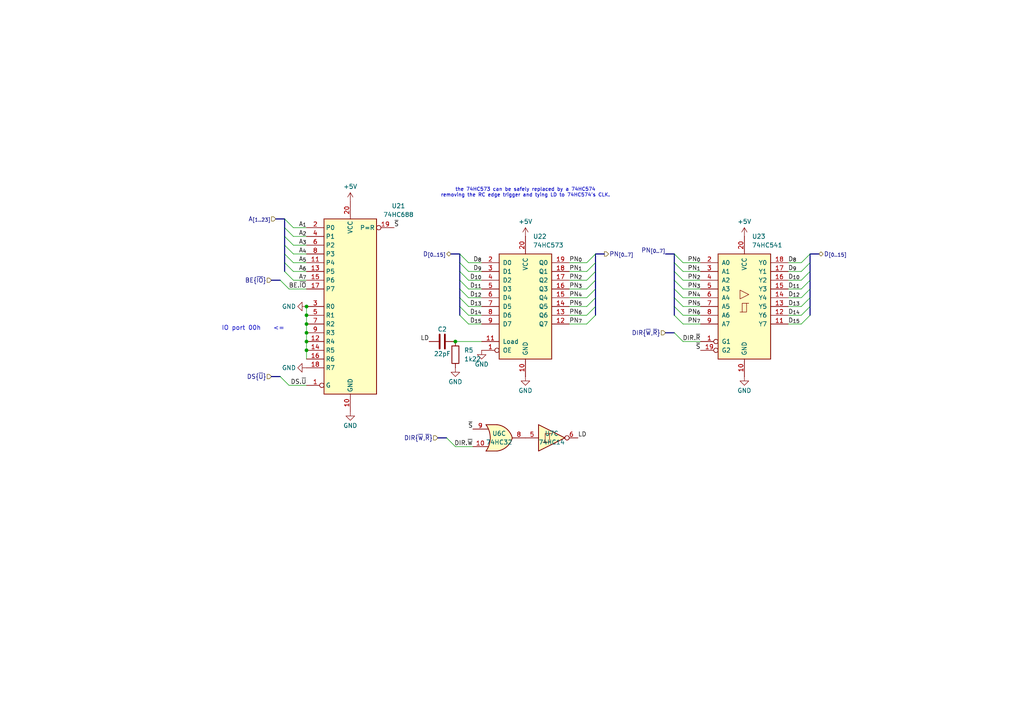
<source format=kicad_sch>
(kicad_sch (version 20250114) (generator "eeschema") (generator_version "9.0")
  (paper "A4")
  (lib_symbols
    (symbol "74xx:74HC14" (pin_names (offset 1.016))
      (property "Reference" "U" (at 0 1.27 0))
      (property "Value" "74HC14" (at 0 -1.27 0))
      (symbol "74HC14_1_0"
        (polyline (pts (xy -3.81 3.81) (xy -3.81 -3.81) (xy 3.81 0) (xy -3.81 3.81)) (stroke (width 0.254)) (fill (type background)))
        (pin input line (at -7.62 0 0) (length 3.81) (name "~") (number "1"))
        (pin output inverted (at 7.62 0 180) (length 3.81) (name "~") (number "2"))
      )
      (symbol "74HC14_1_1"
        (polyline (pts (xy -2.54 -1.27) (xy -0.635 -1.27) (xy -0.635 1.27) (xy 0 1.27)))
        (polyline (pts (xy -1.905 -1.27) (xy -1.905 1.27) (xy -0.635 1.27)))
      )
      (symbol "74HC14_2_0"
        (polyline (pts (xy -3.81 3.81) (xy -3.81 -3.81) (xy 3.81 0) (xy -3.81 3.81)) (stroke (width 0.254)) (fill (type background)))
        (pin input line (at -7.62 0 0) (length 3.81) (name "~") (number "3"))
        (pin output inverted (at 7.62 0 180) (length 3.81) (name "~") (number "4"))
      )
      (symbol "74HC14_2_1"
        (polyline (pts (xy -2.54 -1.27) (xy -0.635 -1.27) (xy -0.635 1.27) (xy 0 1.27)))
        (polyline (pts (xy -1.905 -1.27) (xy -1.905 1.27) (xy -0.635 1.27)))
      )
      (symbol "74HC14_3_0"
        (polyline (pts (xy -3.81 3.81) (xy -3.81 -3.81) (xy 3.81 0) (xy -3.81 3.81)) (stroke (width 0.254)) (fill (type background)))
        (pin input line (at -7.62 0 0) (length 3.81) (name "~") (number "5"))
        (pin output inverted (at 7.62 0 180) (length 3.81) (name "~") (number "6"))
      )
      (symbol "74HC14_3_1"
        (polyline (pts (xy -2.54 -1.27) (xy -0.635 -1.27) (xy -0.635 1.27) (xy 0 1.27)))
        (polyline (pts (xy -1.905 -1.27) (xy -1.905 1.27) (xy -0.635 1.27)))
      )
      (symbol "74HC14_4_0"
        (polyline (pts (xy -3.81 3.81) (xy -3.81 -3.81) (xy 3.81 0) (xy -3.81 3.81)) (stroke (width 0.254)) (fill (type background)))
        (pin input line (at -7.62 0 0) (length 3.81) (name "~") (number "9"))
        (pin output inverted (at 7.62 0 180) (length 3.81) (name "~") (number "8"))
      )
      (symbol "74HC14_4_1"
        (polyline (pts (xy -2.54 -1.27) (xy -0.635 -1.27) (xy -0.635 1.27) (xy 0 1.27)))
        (polyline (pts (xy -1.905 -1.27) (xy -1.905 1.27) (xy -0.635 1.27)))
      )
      (symbol "74HC14_5_0"
        (polyline (pts (xy -3.81 3.81) (xy -3.81 -3.81) (xy 3.81 0) (xy -3.81 3.81)) (stroke (width 0.254)) (fill (type background)))
        (pin input line (at -7.62 0 0) (length 3.81) (name "~") (number "11"))
        (pin output inverted (at 7.62 0 180) (length 3.81) (name "~") (number "10"))
      )
      (symbol "74HC14_5_1"
        (polyline (pts (xy -2.54 -1.27) (xy -0.635 -1.27) (xy -0.635 1.27) (xy 0 1.27)))
        (polyline (pts (xy -1.905 -1.27) (xy -1.905 1.27) (xy -0.635 1.27)))
      )
      (symbol "74HC14_6_0"
        (polyline (pts (xy -3.81 3.81) (xy -3.81 -3.81) (xy 3.81 0) (xy -3.81 3.81)) (stroke (width 0.254)) (fill (type background)))
        (pin input line (at -7.62 0 0) (length 3.81) (name "~") (number "13"))
        (pin output inverted (at 7.62 0 180) (length 3.81) (name "~") (number "12"))
      )
      (symbol "74HC14_6_1"
        (polyline (pts (xy -2.54 -1.27) (xy -0.635 -1.27) (xy -0.635 1.27) (xy 0 1.27)))
        (polyline (pts (xy -1.905 -1.27) (xy -1.905 1.27) (xy -0.635 1.27)))
      )
      (symbol "74HC14_7_0"
        (pin power_in line (at 0 12.7 270) (length 5.08) (name "VCC") (number "14"))
        (pin power_in line (at 0 -12.7 90) (length 5.08) (name "GND") (number "7"))
      )
      (symbol "74HC14_7_1"
        (rectangle (start -5.08 7.62) (end 5.08 -7.62) (stroke (width 0.254)) (fill (type background)))
      )
    )
    (symbol "74xx:74HC688"
      (property "Reference" "U" (at -7.62 26.67 0))
      (property "Value" "74HC688" (at -7.62 -26.67 0))
      (symbol "74HC688_1_0"
        (pin input line (at -12.7 22.86 0) (length 5.08) (name "P0") (number "2"))
        (pin input line (at -12.7 20.32 0) (length 5.08) (name "P1") (number "4"))
        (pin input line (at -12.7 17.78 0) (length 5.08) (name "P2") (number "6"))
        (pin input line (at -12.7 15.24 0) (length 5.08) (name "P3") (number "8"))
        (pin input line (at -12.7 12.7 0) (length 5.08) (name "P4") (number "11"))
        (pin input line (at -12.7 10.16 0) (length 5.08) (name "P5") (number "13"))
        (pin input line (at -12.7 7.62 0) (length 5.08) (name "P6") (number "15"))
        (pin input line (at -12.7 5.08 0) (length 5.08) (name "P7") (number "17"))
        (pin input line (at -12.7 0 0) (length 5.08) (name "R0") (number "3"))
        (pin input line (at -12.7 -2.54 0) (length 5.08) (name "R1") (number "5"))
        (pin input line (at -12.7 -5.08 0) (length 5.08) (name "R2") (number "7"))
        (pin input line (at -12.7 -7.62 0) (length 5.08) (name "R3") (number "9"))
        (pin input line (at -12.7 -10.16 0) (length 5.08) (name "R4") (number "12"))
        (pin input line (at -12.7 -12.7 0) (length 5.08) (name "R5") (number "14"))
        (pin input line (at -12.7 -15.24 0) (length 5.08) (name "R6") (number "16"))
        (pin input line (at -12.7 -17.78 0) (length 5.08) (name "R7") (number "18"))
        (pin input inverted (at -12.7 -22.86 0) (length 5.08) (name "G") (number "1"))
        (pin power_in line (at 0 30.48 270) (length 5.08) (name "VCC") (number "20"))
        (pin power_in line (at 0 -30.48 90) (length 5.08) (name "GND") (number "10"))
        (pin output inverted (at 12.7 22.86 180) (length 5.08) (name "P=R") (number "19"))
      )
      (symbol "74HC688_1_1"
        (rectangle (start -7.62 25.4) (end 7.62 -25.4) (stroke (width 0.254)) (fill (type background)))
      )
    )
    (symbol "74xx:74LS32" (pin_names (offset 1.016))
      (property "Reference" "U" (at 0 1.27 0))
      (property "Value" "74LS32" (at 0 -1.27 0))
      (symbol "74LS32_1_1"
        (arc (start -3.81 3.81) (mid -2.589 0) (end -3.81 -3.81) (stroke (width 0.254)))
        (polyline (pts (xy -3.81 3.81) (xy -0.635 3.81)) (stroke (width 0.254)) (fill (type background)))
        (polyline (pts (xy -3.81 -3.81) (xy -0.635 -3.81)) (stroke (width 0.254)) (fill (type background)))
        (arc (start 3.81 0) (mid 2.1855 -2.584) (end -0.6096 -3.81) (stroke (width 0.254)) (fill (type background)))
        (arc (start -0.6096 3.81) (mid 2.1928 2.5924) (end 3.81 0) (stroke (width 0.254)) (fill (type background)))
        (polyline (pts (xy -0.635 3.81) (xy -3.81 3.81) (xy -3.81 3.81) (xy -3.556 3.4036) (xy -3.0226 2.2606) (xy -2.6924 1.0414) (xy -2.6162 -0.254) (xy -2.7686 -1.4986) (xy -3.175 -2.7178) (xy -3.81 -3.81) (xy -3.81 -3.81) (xy -0.635 -3.81)) (stroke (width -25.4)) (fill (type background)))
        (pin input line (at -7.62 2.54 0) (length 4.318) (name "~") (number "1"))
        (pin input line (at -7.62 -2.54 0) (length 4.318) (name "~") (number "2"))
        (pin output line (at 7.62 0 180) (length 3.81) (name "~") (number "3"))
      )
      (symbol "74LS32_1_2"
        (arc (start 0 3.81) (mid 3.7934 0) (end 0 -3.81) (stroke (width 0.254)) (fill (type background)))
        (polyline (pts (xy 0 3.81) (xy -3.81 3.81) (xy -3.81 -3.81) (xy 0 -3.81)) (stroke (width 0.254)) (fill (type background)))
        (pin input inverted (at -7.62 2.54 0) (length 3.81) (name "~") (number "1"))
        (pin input inverted (at -7.62 -2.54 0) (length 3.81) (name "~") (number "2"))
        (pin output inverted (at 7.62 0 180) (length 3.81) (name "~") (number "3"))
      )
      (symbol "74LS32_2_1"
        (arc (start -3.81 3.81) (mid -2.589 0) (end -3.81 -3.81) (stroke (width 0.254)))
        (polyline (pts (xy -3.81 3.81) (xy -0.635 3.81)) (stroke (width 0.254)) (fill (type background)))
        (polyline (pts (xy -3.81 -3.81) (xy -0.635 -3.81)) (stroke (width 0.254)) (fill (type background)))
        (arc (start 3.81 0) (mid 2.1855 -2.584) (end -0.6096 -3.81) (stroke (width 0.254)) (fill (type background)))
        (arc (start -0.6096 3.81) (mid 2.1928 2.5924) (end 3.81 0) (stroke (width 0.254)) (fill (type background)))
        (polyline (pts (xy -0.635 3.81) (xy -3.81 3.81) (xy -3.81 3.81) (xy -3.556 3.4036) (xy -3.0226 2.2606) (xy -2.6924 1.0414) (xy -2.6162 -0.254) (xy -2.7686 -1.4986) (xy -3.175 -2.7178) (xy -3.81 -3.81) (xy -3.81 -3.81) (xy -0.635 -3.81)) (stroke (width -25.4)) (fill (type background)))
        (pin input line (at -7.62 2.54 0) (length 4.318) (name "~") (number "4"))
        (pin input line (at -7.62 -2.54 0) (length 4.318) (name "~") (number "5"))
        (pin output line (at 7.62 0 180) (length 3.81) (name "~") (number "6"))
      )
      (symbol "74LS32_2_2"
        (arc (start 0 3.81) (mid 3.7934 0) (end 0 -3.81) (stroke (width 0.254)) (fill (type background)))
        (polyline (pts (xy 0 3.81) (xy -3.81 3.81) (xy -3.81 -3.81) (xy 0 -3.81)) (stroke (width 0.254)) (fill (type background)))
        (pin input inverted (at -7.62 2.54 0) (length 3.81) (name "~") (number "4"))
        (pin input inverted (at -7.62 -2.54 0) (length 3.81) (name "~") (number "5"))
        (pin output inverted (at 7.62 0 180) (length 3.81) (name "~") (number "6"))
      )
      (symbol "74LS32_3_1"
        (arc (start -3.81 3.81) (mid -2.589 0) (end -3.81 -3.81) (stroke (width 0.254)))
        (polyline (pts (xy -3.81 3.81) (xy -0.635 3.81)) (stroke (width 0.254)) (fill (type background)))
        (polyline (pts (xy -3.81 -3.81) (xy -0.635 -3.81)) (stroke (width 0.254)) (fill (type background)))
        (arc (start 3.81 0) (mid 2.1855 -2.584) (end -0.6096 -3.81) (stroke (width 0.254)) (fill (type background)))
        (arc (start -0.6096 3.81) (mid 2.1928 2.5924) (end 3.81 0) (stroke (width 0.254)) (fill (type background)))
        (polyline (pts (xy -0.635 3.81) (xy -3.81 3.81) (xy -3.81 3.81) (xy -3.556 3.4036) (xy -3.0226 2.2606) (xy -2.6924 1.0414) (xy -2.6162 -0.254) (xy -2.7686 -1.4986) (xy -3.175 -2.7178) (xy -3.81 -3.81) (xy -3.81 -3.81) (xy -0.635 -3.81)) (stroke (width -25.4)) (fill (type background)))
        (pin input line (at -7.62 2.54 0) (length 4.318) (name "~") (number "9"))
        (pin input line (at -7.62 -2.54 0) (length 4.318) (name "~") (number "10"))
        (pin output line (at 7.62 0 180) (length 3.81) (name "~") (number "8"))
      )
      (symbol "74LS32_3_2"
        (arc (start 0 3.81) (mid 3.7934 0) (end 0 -3.81) (stroke (width 0.254)) (fill (type background)))
        (polyline (pts (xy 0 3.81) (xy -3.81 3.81) (xy -3.81 -3.81) (xy 0 -3.81)) (stroke (width 0.254)) (fill (type background)))
        (pin input inverted (at -7.62 2.54 0) (length 3.81) (name "~") (number "9"))
        (pin input inverted (at -7.62 -2.54 0) (length 3.81) (name "~") (number "10"))
        (pin output inverted (at 7.62 0 180) (length 3.81) (name "~") (number "8"))
      )
      (symbol "74LS32_4_1"
        (arc (start -3.81 3.81) (mid -2.589 0) (end -3.81 -3.81) (stroke (width 0.254)))
        (polyline (pts (xy -3.81 3.81) (xy -0.635 3.81)) (stroke (width 0.254)) (fill (type background)))
        (polyline (pts (xy -3.81 -3.81) (xy -0.635 -3.81)) (stroke (width 0.254)) (fill (type background)))
        (arc (start 3.81 0) (mid 2.1855 -2.584) (end -0.6096 -3.81) (stroke (width 0.254)) (fill (type background)))
        (arc (start -0.6096 3.81) (mid 2.1928 2.5924) (end 3.81 0) (stroke (width 0.254)) (fill (type background)))
        (polyline (pts (xy -0.635 3.81) (xy -3.81 3.81) (xy -3.81 3.81) (xy -3.556 3.4036) (xy -3.0226 2.2606) (xy -2.6924 1.0414) (xy -2.6162 -0.254) (xy -2.7686 -1.4986) (xy -3.175 -2.7178) (xy -3.81 -3.81) (xy -3.81 -3.81) (xy -0.635 -3.81)) (stroke (width -25.4)) (fill (type background)))
        (pin input line (at -7.62 2.54 0) (length 4.318) (name "~") (number "12"))
        (pin input line (at -7.62 -2.54 0) (length 4.318) (name "~") (number "13"))
        (pin output line (at 7.62 0 180) (length 3.81) (name "~") (number "11"))
      )
      (symbol "74LS32_4_2"
        (arc (start 0 3.81) (mid 3.7934 0) (end 0 -3.81) (stroke (width 0.254)) (fill (type background)))
        (polyline (pts (xy 0 3.81) (xy -3.81 3.81) (xy -3.81 -3.81) (xy 0 -3.81)) (stroke (width 0.254)) (fill (type background)))
        (pin input inverted (at -7.62 2.54 0) (length 3.81) (name "~") (number "12"))
        (pin input inverted (at -7.62 -2.54 0) (length 3.81) (name "~") (number "13"))
        (pin output inverted (at 7.62 0 180) (length 3.81) (name "~") (number "11"))
      )
      (symbol "74LS32_5_0"
        (pin power_in line (at 0 12.7 270) (length 5.08) (name "VCC") (number "14"))
        (pin power_in line (at 0 -12.7 90) (length 5.08) (name "GND") (number "7"))
      )
      (symbol "74LS32_5_1"
        (rectangle (start -5.08 7.62) (end 5.08 -7.62) (stroke (width 0.254)) (fill (type background)))
      )
    )
    (symbol "74xx:74LS541" (pin_names (offset 1.016))
      (property "Reference" "U" (at -7.62 16.51 0))
      (property "Value" "74LS541" (at -7.62 -16.51 0))
      (symbol "74LS541_1_0"
        (polyline (pts (xy -1.27 -1.6002) (xy 0.635 -1.6002) (xy 0.635 0.9398) (xy 1.27 0.9398)))
        (polyline (pts (xy -0.635 -1.6002) (xy -0.635 0.9398) (xy 0.635 0.9398)))
        (polyline (pts (xy 1.27 3.4798) (xy -1.27 4.7498) (xy -1.27 2.2098) (xy 1.27 3.4798)) (stroke (width 0.1524)))
        (pin input line (at -12.7 12.7 0) (length 5.08) (name "A0") (number "2"))
        (pin input line (at -12.7 10.16 0) (length 5.08) (name "A1") (number "3"))
        (pin input line (at -12.7 7.62 0) (length 5.08) (name "A2") (number "4"))
        (pin input line (at -12.7 5.08 0) (length 5.08) (name "A3") (number "5"))
        (pin input line (at -12.7 2.54 0) (length 5.08) (name "A4") (number "6"))
        (pin input line (at -12.7 0 0) (length 5.08) (name "A5") (number "7"))
        (pin input line (at -12.7 -2.54 0) (length 5.08) (name "A6") (number "8"))
        (pin input line (at -12.7 -5.08 0) (length 5.08) (name "A7") (number "9"))
        (pin input inverted (at -12.7 -10.16 0) (length 5.08) (name "G1") (number "1"))
        (pin input inverted (at -12.7 -12.7 0) (length 5.08) (name "G2") (number "19"))
        (pin power_in line (at 0 20.32 270) (length 5.08) (name "VCC") (number "20"))
        (pin power_in line (at 0 -20.32 90) (length 5.08) (name "GND") (number "10"))
        (pin tri_state line (at 12.7 12.7 180) (length 5.08) (name "Y0") (number "18"))
        (pin tri_state line (at 12.7 10.16 180) (length 5.08) (name "Y1") (number "17"))
        (pin tri_state line (at 12.7 7.62 180) (length 5.08) (name "Y2") (number "16"))
        (pin tri_state line (at 12.7 5.08 180) (length 5.08) (name "Y3") (number "15"))
        (pin tri_state line (at 12.7 2.54 180) (length 5.08) (name "Y4") (number "14"))
        (pin tri_state line (at 12.7 0 180) (length 5.08) (name "Y5") (number "13"))
        (pin tri_state line (at 12.7 -2.54 180) (length 5.08) (name "Y6") (number "12"))
        (pin tri_state line (at 12.7 -5.08 180) (length 5.08) (name "Y7") (number "11"))
      )
      (symbol "74LS541_1_1"
        (rectangle (start -7.62 15.24) (end 7.62 -15.24) (stroke (width 0.254)) (fill (type background)))
      )
    )
    (symbol "74xx:74LS573" (pin_names (offset 1.016))
      (property "Reference" "U" (at -7.62 16.51 0))
      (property "Value" "74LS573" (at -7.62 -16.51 0))
      (symbol "74LS573_1_0"
        (pin input line (at -12.7 12.7 0) (length 5.08) (name "D0") (number "2"))
        (pin input line (at -12.7 10.16 0) (length 5.08) (name "D1") (number "3"))
        (pin input line (at -12.7 7.62 0) (length 5.08) (name "D2") (number "4"))
        (pin input line (at -12.7 5.08 0) (length 5.08) (name "D3") (number "5"))
        (pin input line (at -12.7 2.54 0) (length 5.08) (name "D4") (number "6"))
        (pin input line (at -12.7 0 0) (length 5.08) (name "D5") (number "7"))
        (pin input line (at -12.7 -2.54 0) (length 5.08) (name "D6") (number "8"))
        (pin input line (at -12.7 -5.08 0) (length 5.08) (name "D7") (number "9"))
        (pin input line (at -12.7 -10.16 0) (length 5.08) (name "Load") (number "11"))
        (pin input inverted (at -12.7 -12.7 0) (length 5.08) (name "OE") (number "1"))
        (pin power_in line (at 0 20.32 270) (length 5.08) (name "VCC") (number "20"))
        (pin power_in line (at 0 -20.32 90) (length 5.08) (name "GND") (number "10"))
        (pin tri_state line (at 12.7 12.7 180) (length 5.08) (name "Q0") (number "19"))
        (pin tri_state line (at 12.7 10.16 180) (length 5.08) (name "Q1") (number "18"))
        (pin tri_state line (at 12.7 7.62 180) (length 5.08) (name "Q2") (number "17"))
        (pin tri_state line (at 12.7 5.08 180) (length 5.08) (name "Q3") (number "16"))
        (pin tri_state line (at 12.7 2.54 180) (length 5.08) (name "Q4") (number "15"))
        (pin tri_state line (at 12.7 0 180) (length 5.08) (name "Q5") (number "14"))
        (pin tri_state line (at 12.7 -2.54 180) (length 5.08) (name "Q6") (number "13"))
        (pin tri_state line (at 12.7 -5.08 180) (length 5.08) (name "Q7") (number "12"))
      )
      (symbol "74LS573_1_1"
        (rectangle (start -7.62 15.24) (end 7.62 -15.24) (stroke (width 0.254)) (fill (type background)))
      )
    )
    (symbol "Device:C" (pin_numbers (hide yes)) (pin_names (offset 0.254))
      (property "Reference" "C" (at 0.635 2.54 0))
      (property "Value" "C" (at 0.635 -2.54 0))
      (symbol "C_0_1"
        (polyline (pts (xy -2.032 0.762) (xy 2.032 0.762)) (stroke (width 0.508)))
        (polyline (pts (xy -2.032 -0.762) (xy 2.032 -0.762)) (stroke (width 0.508)))
      )
      (symbol "C_1_1"
        (pin passive line (at 0 3.81 270) (length 2.794) (name "~") (number "1"))
        (pin passive line (at 0 -3.81 90) (length 2.794) (name "~") (number "2"))
      )
    )
    (symbol "Device:R" (pin_numbers (hide yes)) (pin_names (offset 0))
      (property "Reference" "R" (at 2.032 0 90))
      (property "Value" "R" (at 0 0 90))
      (symbol "R_0_1"
        (rectangle (start -1.016 -2.54) (end 1.016 2.54) (stroke (width 0.254)))
      )
      (symbol "R_1_1"
        (pin passive line (at 0 3.81 270) (length 1.27) (name "~") (number "1"))
        (pin passive line (at 0 -3.81 90) (length 1.27) (name "~") (number "2"))
      )
    )
    (symbol "power:+9V" (power) (pin_numbers (hide yes)) (pin_names (offset 0) (hide yes))
      (property "Value" "+9V" (at 0 3.556 0))
      (symbol "+9V_0_1"
        (polyline (pts (xy -0.762 1.27) (xy 0 2.54)))
        (polyline (pts (xy 0 2.54) (xy 0.762 1.27)))
        (polyline (pts (xy 0 0) (xy 0 2.54)))
      )
      (symbol "+9V_1_1"
        (pin power_in line (at 0 0 90) (length 0) (name "~") (number "1"))
      )
    )
    (symbol "power:GND" (power) (pin_numbers (hide yes)) (pin_names (offset 0) (hide yes))
      (property "Value" "GND" (at 0 -3.81 0))
      (symbol "GND_0_1"
        (polyline (pts (xy 0 0) (xy 0 -1.27) (xy 1.27 -1.27) (xy 0 -2.54) (xy -1.27 -1.27) (xy 0 -1.27)))
      )
      (symbol "GND_1_1"
        (pin power_in line (at 0 0 270) (length 0) (name "~") (number "1"))
      )
    )
  )
  (text "IO port 00h	<=" (at 82.55 95.25 0) (effects (font (size 1.27 1.27)) (justify right)))
  (text "the 74HC573 can be safely replaced by a 74HC574\nremoving the RC edge trigger and tying LD to 74HC574's CLK." (at 152.4 55.88 0) (effects (font (size 1.016 1.016))))
  (junction (at 88.9 101.6))
  (junction (at 88.9 99.06))
  (junction (at 88.9 88.9))
  (junction (at 88.9 96.52))
  (junction (at 88.9 91.44))
  (junction (at 132.08 99.06))
  (junction (at 88.9 93.98))
  (bus_entry (at 135.89 78.74) (size -2.54 -2.54))
  (bus_entry (at 135.89 86.36) (size -2.54 -2.54))
  (bus_entry (at 232.41 88.9) (size 2.54 -2.54))
  (bus_entry (at 135.89 88.9) (size -2.54 -2.54))
  (bus_entry (at 232.41 76.2) (size 2.54 -2.54))
  (bus_entry (at 198.12 99.06) (size -2.54 -2.54))
  (bus_entry (at 170.18 93.98) (size 2.54 -2.54))
  (bus_entry (at 170.18 83.82) (size 2.54 -2.54))
  (bus_entry (at 85.09 76.2) (size -2.54 -2.54))
  (bus_entry (at 170.18 76.2) (size 2.54 -2.54))
  (bus_entry (at 85.09 71.12) (size -2.54 -2.54))
  (bus_entry (at 170.18 86.36) (size 2.54 -2.54))
  (bus_entry (at 198.12 76.2) (size -2.54 -2.54))
  (bus_entry (at 85.09 81.28) (size -2.54 -2.54))
  (bus_entry (at 232.41 91.44) (size 2.54 -2.54))
  (bus_entry (at 198.12 93.98) (size -2.54 -2.54))
  (bus_entry (at 198.12 81.28) (size -2.54 -2.54))
  (bus_entry (at 135.89 91.44) (size -2.54 -2.54))
  (bus_entry (at 83.82 111.76) (size -2.54 -2.54))
  (bus_entry (at 232.41 81.28) (size 2.54 -2.54))
  (bus_entry (at 232.41 78.74) (size 2.54 -2.54))
  (bus_entry (at 85.09 68.58) (size -2.54 -2.54))
  (bus_entry (at 232.41 86.36) (size 2.54 -2.54))
  (bus_entry (at 135.89 93.98) (size -2.54 -2.54))
  (bus_entry (at 232.41 83.82) (size 2.54 -2.54))
  (bus_entry (at 198.12 88.9) (size -2.54 -2.54))
  (bus_entry (at 135.89 83.82) (size -2.54 -2.54))
  (bus_entry (at 85.09 66.04) (size -2.54 -2.54))
  (bus_entry (at 170.18 91.44) (size 2.54 -2.54))
  (bus_entry (at 132.08 129.54) (size -2.54 -2.54))
  (bus_entry (at 170.18 88.9) (size 2.54 -2.54))
  (bus_entry (at 135.89 76.2) (size -2.54 -2.54))
  (bus_entry (at 198.12 83.82) (size -2.54 -2.54))
  (bus_entry (at 232.41 93.98) (size 2.54 -2.54))
  (bus_entry (at 85.09 73.66) (size -2.54 -2.54))
  (bus_entry (at 135.89 81.28) (size -2.54 -2.54))
  (bus_entry (at 198.12 78.74) (size -2.54 -2.54))
  (bus_entry (at 198.12 86.36) (size -2.54 -2.54))
  (bus_entry (at 85.09 78.74) (size -2.54 -2.54))
  (bus_entry (at 83.82 83.82) (size -2.54 -2.54))
  (bus_entry (at 170.18 81.28) (size 2.54 -2.54))
  (bus_entry (at 198.12 91.44) (size -2.54 -2.54))
  (bus_entry (at 170.18 78.74) (size 2.54 -2.54))
  (bus (pts (xy 234.95 88.9) (xy 234.95 86.36)))
  (bus (pts (xy 133.35 83.82) (xy 133.35 81.28)))
  (wire (pts (xy 88.9 81.28) (xy 85.09 81.28)))
  (wire (pts (xy 88.9 93.98) (xy 88.9 96.52)))
  (bus (pts (xy 133.35 86.36) (xy 133.35 83.82)))
  (wire (pts (xy 88.9 101.6) (xy 88.9 104.14)))
  (wire (pts (xy 88.9 68.58) (xy 85.09 68.58)))
  (wire (pts (xy 88.9 91.44) (xy 88.9 93.98)))
  (wire (pts (xy 88.9 111.76) (xy 83.82 111.76)))
  (wire (pts (xy 165.1 86.36) (xy 170.18 86.36)))
  (wire (pts (xy 228.6 91.44) (xy 232.41 91.44)))
  (bus (pts (xy 237.49 73.66) (xy 234.95 73.66)))
  (bus (pts (xy 195.58 88.9) (xy 195.58 86.36)))
  (bus (pts (xy 133.35 76.2) (xy 133.35 73.66)))
  (bus (pts (xy 172.72 83.82) (xy 172.72 81.28)))
  (bus (pts (xy 127 127) (xy 129.54 127)))
  (bus (pts (xy 82.55 68.58) (xy 82.55 71.12)))
  (wire (pts (xy 228.6 88.9) (xy 232.41 88.9)))
  (bus (pts (xy 133.35 78.74) (xy 133.35 76.2)))
  (bus (pts (xy 195.58 91.44) (xy 195.58 88.9)))
  (wire (pts (xy 139.7 86.36) (xy 135.89 86.36)))
  (wire (pts (xy 137.16 129.54) (xy 132.08 129.54)))
  (wire (pts (xy 139.7 76.2) (xy 135.89 76.2)))
  (wire (pts (xy 228.6 76.2) (xy 232.41 76.2)))
  (wire (pts (xy 132.08 99.06) (xy 139.7 99.06)))
  (wire (pts (xy 165.1 81.28) (xy 170.18 81.28)))
  (wire (pts (xy 88.9 88.9) (xy 88.9 91.44)))
  (bus (pts (xy 80.01 63.5) (xy 82.55 63.5)))
  (bus (pts (xy 172.72 73.66) (xy 175.26 73.66)))
  (bus (pts (xy 234.95 86.36) (xy 234.95 83.82)))
  (wire (pts (xy 135.89 81.28) (xy 139.7 81.28)))
  (bus (pts (xy 82.55 66.04) (xy 82.55 63.5)))
  (bus (pts (xy 78.74 109.22) (xy 81.28 109.22)))
  (wire (pts (xy 88.9 76.2) (xy 85.09 76.2)))
  (wire (pts (xy 139.7 91.44) (xy 135.89 91.44)))
  (wire (pts (xy 228.6 78.74) (xy 232.41 78.74)))
  (bus (pts (xy 133.35 88.9) (xy 133.35 86.36)))
  (bus (pts (xy 195.58 86.36) (xy 195.58 83.82)))
  (bus (pts (xy 234.95 81.28) (xy 234.95 78.74)))
  (wire (pts (xy 203.2 83.82) (xy 198.12 83.82)))
  (wire (pts (xy 203.2 88.9) (xy 198.12 88.9)))
  (wire (pts (xy 228.6 83.82) (xy 232.41 83.82)))
  (wire (pts (xy 88.9 66.04) (xy 85.09 66.04)))
  (bus (pts (xy 195.58 83.82) (xy 195.58 81.28)))
  (bus (pts (xy 172.72 91.44) (xy 172.72 88.9)))
  (wire (pts (xy 228.6 93.98) (xy 232.41 93.98)))
  (wire (pts (xy 88.9 96.52) (xy 88.9 99.06)))
  (wire (pts (xy 203.2 76.2) (xy 198.12 76.2)))
  (bus (pts (xy 195.58 73.66) (xy 193.04 73.66)))
  (wire (pts (xy 165.1 88.9) (xy 170.18 88.9)))
  (wire (pts (xy 165.1 93.98) (xy 170.18 93.98)))
  (bus (pts (xy 172.72 88.9) (xy 172.72 86.36)))
  (bus (pts (xy 82.55 76.2) (xy 82.55 78.74)))
  (wire (pts (xy 139.7 78.74) (xy 135.89 78.74)))
  (bus (pts (xy 172.72 76.2) (xy 172.72 73.66)))
  (bus (pts (xy 234.95 83.82) (xy 234.95 81.28)))
  (bus (pts (xy 82.55 73.66) (xy 82.55 76.2)))
  (bus (pts (xy 172.72 78.74) (xy 172.72 76.2)))
  (wire (pts (xy 203.2 86.36) (xy 198.12 86.36)))
  (wire (pts (xy 203.2 91.44) (xy 198.12 91.44)))
  (wire (pts (xy 88.9 83.82) (xy 83.82 83.82)))
  (wire (pts (xy 203.2 93.98) (xy 198.12 93.98)))
  (wire (pts (xy 203.2 99.06) (xy 198.12 99.06)))
  (bus (pts (xy 78.74 81.28) (xy 81.28 81.28)))
  (bus (pts (xy 172.72 81.28) (xy 172.72 78.74)))
  (bus (pts (xy 193.04 96.52) (xy 195.58 96.52)))
  (wire (pts (xy 165.1 91.44) (xy 170.18 91.44)))
  (bus (pts (xy 133.35 91.44) (xy 133.35 88.9)))
  (wire (pts (xy 228.6 86.36) (xy 232.41 86.36)))
  (wire (pts (xy 88.9 73.66) (xy 85.09 73.66)))
  (bus (pts (xy 82.55 71.12) (xy 82.55 73.66)))
  (bus (pts (xy 234.95 76.2) (xy 234.95 73.66)))
  (wire (pts (xy 139.7 83.82) (xy 135.89 83.82)))
  (wire (pts (xy 165.1 76.2) (xy 170.18 76.2)))
  (wire (pts (xy 139.7 93.98) (xy 135.89 93.98)))
  (bus (pts (xy 234.95 91.44) (xy 234.95 88.9)))
  (wire (pts (xy 165.1 78.74) (xy 170.18 78.74)))
  (bus (pts (xy 133.35 81.28) (xy 133.35 78.74)))
  (wire (pts (xy 203.2 78.74) (xy 198.12 78.74)))
  (bus (pts (xy 195.58 81.28) (xy 195.58 78.74)))
  (bus (pts (xy 82.55 68.58) (xy 82.55 66.04)))
  (wire (pts (xy 139.7 88.9) (xy 135.89 88.9)))
  (bus (pts (xy 234.95 78.74) (xy 234.95 76.2)))
  (wire (pts (xy 88.9 71.12) (xy 85.09 71.12)))
  (wire (pts (xy 203.2 81.28) (xy 198.12 81.28)))
  (wire (pts (xy 232.41 81.28) (xy 228.6 81.28)))
  (wire (pts (xy 165.1 83.82) (xy 170.18 83.82)))
  (wire (pts (xy 88.9 78.74) (xy 85.09 78.74)))
  (wire (pts (xy 88.9 99.06) (xy 88.9 101.6)))
  (bus (pts (xy 195.58 78.74) (xy 195.58 76.2)))
  (bus (pts (xy 195.58 76.2) (xy 195.58 73.66)))
  (bus (pts (xy 130.81 73.66) (xy 133.35 73.66)))
  (bus (pts (xy 172.72 86.36) (xy 172.72 83.82)))
  (label "PN_{6}" (at 165.1 91.44 0))
  (label "DIR.~{W}" (at 137.16 129.54 180))
  (label "PN_{7}" (at 203.2 93.98 180))
  (label "PN_{6}" (at 203.2 91.44 180))
  (label "PN_{2}" (at 165.1 81.28 0))
  (label "LD" (at 124.46 99.06 180))
  (label "PN_{5}" (at 203.2 88.9 180))
  (label "D_{12}" (at 139.7 86.36 180))
  (label "D_{8}" (at 139.7 76.2 180))
  (label "A_{7}" (at 88.9 81.28 180))
  (label "D_{13}" (at 139.7 88.9 180))
  (label "A_{4}" (at 88.9 73.66 180))
  (label "D_{14}" (at 228.6 91.44 0))
  (label "D_{12}" (at 228.6 86.36 0))
  (label "D_{15}" (at 139.7 93.98 180))
  (label "PN_{0}" (at 165.1 76.2 0))
  (label "D_{10}" (at 228.6 81.28 0))
  (label "PN_{4}" (at 165.1 86.36 0))
  (label "BE.~{IO}" (at 88.9 83.82 180))
  (label "~{S}" (at 137.16 124.46 180))
  (label "D_{14}" (at 139.7 91.44 180))
  (label "PN_{5}" (at 165.1 88.9 0))
  (label "PN_{7}" (at 165.1 93.98 0))
  (label "A_{2}" (at 88.9 68.58 180))
  (label "D_{13}" (at 228.6 88.9 0))
  (label "D_{15}" (at 228.6 93.98 0))
  (label "D_{9}" (at 228.6 78.74 0))
  (label "PN_{0}" (at 203.2 76.2 180))
  (label "D_{11}" (at 139.7 83.82 180))
  (label "D_{8}" (at 228.6 76.2 0))
  (label "PN_{3}" (at 203.2 83.82 180))
  (label "~{S}" (at 114.3 66.04 0))
  (label "A_{1}" (at 88.9 66.04 180))
  (label "LD" (at 167.64 127 0))
  (label "D_{10}" (at 139.7 81.28 180))
  (label "PN_{[0..7]}" (at 193.04 73.66 180))
  (label "PN_{3}" (at 165.1 83.82 0))
  (label "A_{3}" (at 88.9 71.12 180))
  (label "PN_{4}" (at 203.2 86.36 180))
  (label "~{S}" (at 203.2 101.6 180))
  (label "A_{6}" (at 88.9 78.74 180))
  (label "D_{11}" (at 228.6 83.82 0))
  (label "DS.~{U}" (at 88.9 111.76 180))
  (label "PN_{1}" (at 203.2 78.74 180))
  (label "PN_{2}" (at 203.2 81.28 180))
  (label "DIR.~{R}" (at 203.2 99.06 180))
  (label "D_{9}" (at 139.7 78.74 180))
  (label "A_{5}" (at 88.9 76.2 180))
  (label "PN_{1}" (at 165.1 78.74 0))
  (hierarchical_label "BE{~{IO}}" (shape input) (at 78.74 81.28 180))
  (hierarchical_label "DIR{~{W},~{R}}" (shape input) (at 193.04 96.52 180))
  (hierarchical_label "D_{[0..15]}" (shape bidirectional) (at 130.81 73.66 180))
  (hierarchical_label "DIR{~{W},~{R}}" (shape input) (at 127 127 180))
  (hierarchical_label "D_{[0..15]}" (shape bidirectional) (at 237.49 73.66 0))
  (hierarchical_label "DS{~{U}}" (shape input) (at 78.74 109.22 180))
  (hierarchical_label "PN_{[0..7]}" (shape output) (at 175.26 73.66 0))
  (hierarchical_label "A_{[1..23]}" (shape input) (at 80.01 63.5 180))
  (symbol (lib_id "power:GND") (at 139.7 101.6 0) (mirror y) (unit 1)
    (property "Reference" "#PWR074" (effects (hide yes)))
    (property "Value" "GND" (at 139.7 105.664 0))
    (property "Description" "Power symbol creates a global label with name \"GND\" , ground" (effects (hide yes)))
  )
  (symbol (lib_id "power:GND") (at 101.6 119.38 0) (mirror y) (unit 1)
    (property "Reference" "#PWR065" (effects (hide yes)))
    (property "Value" "GND" (at 101.6 123.444 0))
    (property "Description" "Power symbol creates a global label with name \"GND\" , ground" (effects (hide yes)))
  )
  (symbol (lib_id "power:GND") (at 152.4 109.22 0) (mirror y) (unit 1)
    (property "Reference" "#PWR076" (effects (hide yes)))
    (property "Value" "GND" (at 152.4 113.284 0))
    (property "Description" "Power symbol creates a global label with name \"GND\" , ground" (effects (hide yes)))
  )
  (symbol (lib_id "power:GND") (at 88.9 88.9 270) (unit 1)
    (property "Reference" "#PWR062" (effects (hide yes)))
    (property "Value" "GND" (at 85.852 88.9 90) (effects (justify right)))
    (property "Description" "Power symbol creates a global label with name \"GND\" , ground" (effects (hide yes)))
  )
  (symbol (lib_id "power:GND") (at 132.08 106.68 0) (mirror y) (unit 1)
    (property "Reference" "#PWR075" (effects (hide yes)))
    (property "Value" "GND" (at 132.08 110.744 0))
    (property "Description" "Power symbol creates a global label with name \"GND\" , ground" (effects (hide yes)))
  )
  (symbol (lib_id "power:+9V") (at 101.6 58.42 0) (unit 1)
    (property "Reference" "#PWR061" (effects (hide yes)))
    (property "Value" "+5V" (at 101.6 54.102 0))
    (property "Description" "Power symbol creates a global label with name \"+9V\"" (effects (hide yes)))
  )
  (symbol (lib_id "74xx:74LS573") (at 152.4 88.9 0) (unit 1)
    (property "Reference" "U22" (at 154.5941 68.58 0) (effects (justify left)))
    (property "Value" "74HC573" (at 154.5941 71.12 0) (effects (justify left)))
    (property "Footprint" "Package_DIP:DIP-20_W7.62mm_Socket" (effects (hide yes)))
    (property "Datasheet" "74xx/74hc573.pdf" (effects (hide yes)))
    (property "Description" "8-bit Latch 3-state outputs" (effects (hide yes)))
  )
  (symbol (lib_id "power:GND") (at 215.9 109.22 0) (mirror y) (unit 1)
    (property "Reference" "#PWR077" (effects (hide yes)))
    (property "Value" "GND" (at 215.9 113.284 0))
    (property "Description" "Power symbol creates a global label with name \"GND\" , ground" (effects (hide yes)))
  )
  (symbol (lib_id "power:+9V") (at 152.4 68.58 0) (unit 1)
    (property "Reference" "#PWR019" (effects (hide yes)))
    (property "Value" "+5V" (at 152.4 64.262 0))
    (property "Description" "Power symbol creates a global label with name \"+9V\"" (effects (hide yes)))
  )
  (symbol (lib_id "Device:C") (at 128.27 99.06 90) (unit 1)
    (property "Reference" "C2" (at 128.27 95.504 90))
    (property "Value" "22pF" (at 128.27 102.616 90))
    (property "Footprint" "Capacitor_THT:C_Disc_P2.54mm" (effects (hide yes)))
    (property "Description" "Unpolarized capacitor" (effects (hide yes)))
  )
  (symbol (lib_id "74xx:74HC14") (at 160.02 127 0) (unit 3)
    (property "Reference" "U7" (at 160.02 125.73 0))
    (property "Value" "74HC14" (at 160.02 128.27 0))
    (property "Footprint" "Package_DIP:DIP-14_W7.62mm_Socket" (effects (hide yes)))
    (property "Datasheet" "http://www.ti.com/lit/gpn/sn74HC14" (effects (hide yes)))
    (property "Description" "Hex inverter schmitt trigger" (effects (hide yes)))
  )
  (symbol (lib_id "power:GND") (at 88.9 106.68 270) (unit 1)
    (property "Reference" "#PWR063" (effects (hide yes)))
    (property "Value" "GND" (at 85.852 106.68 90) (effects (justify right)))
    (property "Description" "Power symbol creates a global label with name \"GND\" , ground" (effects (hide yes)))
  )
  (symbol (lib_id "74xx:74HC688") (at 101.6 88.9 0) (unit 1)
    (property "Reference" "U21" (at 115.57 59.7214 0))
    (property "Value" "74HC688" (at 115.57 62.2614 0))
    (property "Datasheet" "https://www.ti.com/lit/ds/symlink/cd54hc688.pdf" (effects (hide yes)))
    (property "Description" "8-bit magnitude comparator" (effects (hide yes)))
  )
  (symbol (lib_id "74xx:74LS32") (at 144.78 127 0) (unit 3)
    (property "Reference" "U6" (at 144.78 125.73 0))
    (property "Value" "74HC32" (at 144.78 128.27 0))
    (property "Footprint" "Package_DIP:DIP-14_W7.62mm_Socket" (effects (hide yes)))
    (property "Datasheet" "http://www.ti.com/lit/gpn/sn74LS32" (effects (hide yes)))
    (property "Description" "Quad 2-input OR" (effects (hide yes)))
  )
  (symbol (lib_id "power:+9V") (at 215.9 68.58 0) (unit 1)
    (property "Reference" "#PWR073" (effects (hide yes)))
    (property "Value" "+5V" (at 215.9 64.262 0))
    (property "Description" "Power symbol creates a global label with name \"+9V\"" (effects (hide yes)))
  )
  (symbol (lib_id "Device:R") (at 132.08 102.87 0) (mirror y) (unit 1)
    (property "Reference" "R5" (at 134.62 101.5999 0) (effects (justify right)))
    (property "Value" "1k22" (at 134.62 104.1399 0) (effects (justify right)))
    (property "Footprint" "Resistor_THT:R_Axial_DIN0207_L6.3mm_D2.5mm_P2.54mm_Vertical" (effects (hide yes)))
    (property "Description" "Resistor" (effects (hide yes)))
  )
  (symbol (lib_id "74xx:74LS541") (at 215.9 88.9 0) (unit 1)
    (property "Reference" "U23" (at 218.0941 68.58 0) (effects (justify left)))
    (property "Value" "74HC541" (at 218.0941 71.12 0) (effects (justify left)))
    (property "Footprint" "Package_DIP:DIP-20_W7.62mm_Socket" (effects (hide yes)))
    (property "Datasheet" "http://www.ti.com/lit/gpn/sn74LS541" (effects (hide yes)))
    (property "Description" "8-bit Buffer/Line Driver 3-state outputs" (effects (hide yes)))
  )
)
</source>
